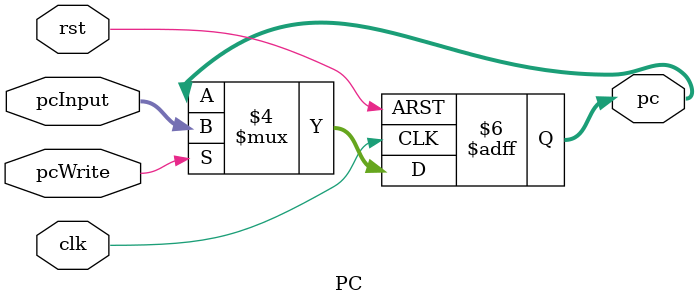
<source format=v>
module PC(pcInput, pcWrite, clk, rst, pc);
    input [31:0] pcInput;
    input pcWrite;
    input clk, rst; 
    output reg [31:0] pc;
    always @(posedge clk or posedge rst) begin
        if (rst == 1'b1)
	        pc <= 32'b0;
	    else
            if (pcWrite == 1'b1) pc <= pcInput;
    end
endmodule 
</source>
